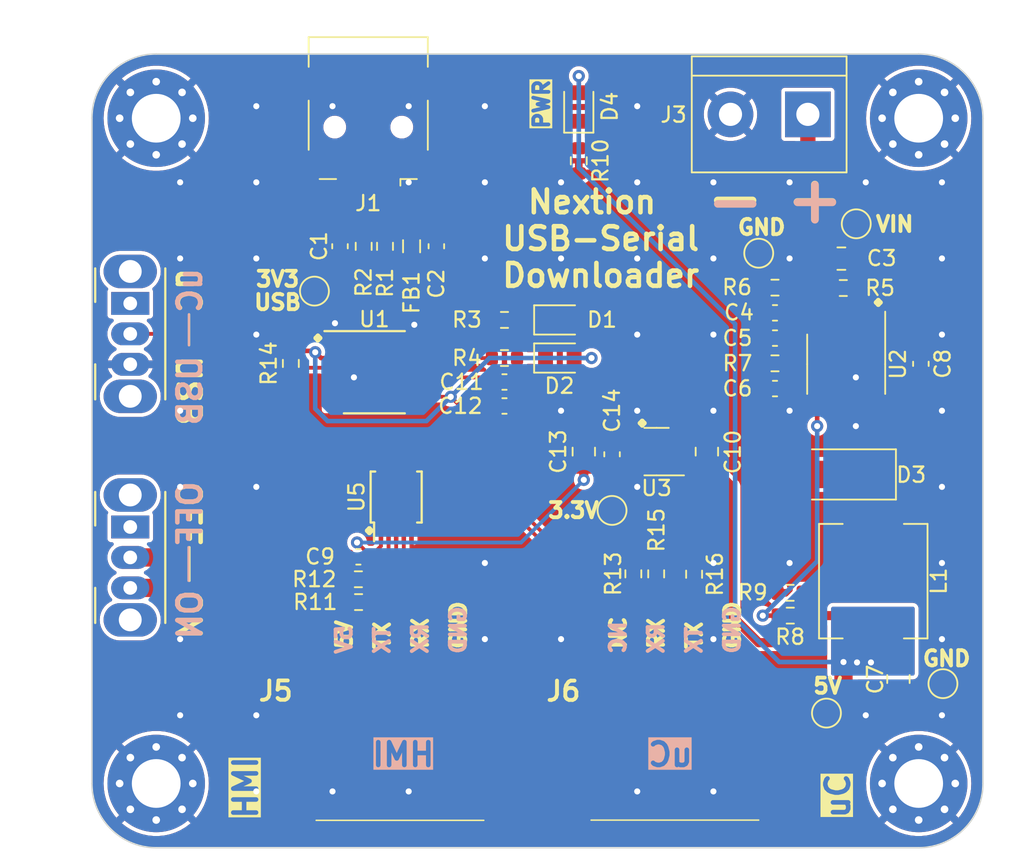
<source format=kicad_pcb>
(kicad_pcb (version 20221018) (generator pcbnew)
  (layers (0 "F.Cu" signal) (31 "B.Cu" signal) (34 "B.Paste" user) (35 "F.Paste" user) (36 "B.SilkS" user "B.Silkscreen") (37 "F.SilkS" user "F.Silkscreen") (38 "B.Mask" user) (39 "F.Mask" user) (44 "Edge.Cuts" user))
  (net 0 "")
  (net 1 "GND")
  (net 2 "/SW")
  (net 3 "Net-(J1-VBUS)")
  (net 4 "Net-(J3-Pin_1)")
  (net 5 "Net-(U2-SS)")
  (net 6 "Net-(U2-COMP)")
  (net 7 "Net-(C6-Pad2)")
  (net 8 "+5V")
  (net 9 "Net-(U2-BOOT)")
  (net 11 "Net-(D1-K)")
  (net 12 "+3V3")
  (net 13 "Net-(D2-K)")
  (net 14 "Net-(D4-K)")
  (net 15 "VBUS")
  (net 16 "/USB_D-")
  (net 17 "/USB_D+")
  (net 18 "Net-(J6-Pad3)")
  (net 19 "/HMI_TXD")
  (net 20 "/HMI_RXD")
  (net 21 "/uC_TXD")
  (net 22 "/uC_RXD")
  (net 23 "/D+")
  (net 24 "/D-")
  (net 25 "Net-(U1-CBUS0)")
  (net 26 "Net-(U1-CBUS1)")
  (net 27 "Net-(U2-EN)")
  (net 28 "Net-(U2-FB)")
  (net 29 "/USB_TXD")
  (net 30 "/~{RTS}")
  (net 31 "/USB_RXD")
  (net 32 "/~{CTS}")
  (net 36 "Net-(SW2-B)")
  (net 38 "Net-(SW1-B)")
  (net 39 "Net-(J6-Pad2)")
  (net 40 "+3.3V")
  (footprint "Capacitor_SMD:C_0603_1608Metric" (layer "F.Cu") (at 143.6116 111.6556 90)
    (fp_text reference "C14")
    (fp_text value "100n")
  )
  (footprint "TestPoint:TestPoint_Pad_D1.5mm" (layer "F.Cu") (at 124.079 100.9396)
    (fp_text reference "TP6" hide)
    (fp_text value "TestPoint")
  )
  (footprint "LED_SMD:LED_0805_2012Metric" (layer "F.Cu") (at 140.1826 102.8319)
    (fp_text reference "D1")
    (fp_text value "RED")
  )
  (footprint "Capacitor_SMD:C_0805_2012Metric" (layer "F.Cu") (at 158.6636 98.806 180)
    (fp_text reference "C3")
    (fp_text value "10u")
  )
  (footprint "MountingHole:MountingHole_3.2mm_M3_Pad_Via" (layer "F.Cu") (at 163.7364 133.2738)
    (fp_text reference "H3" hide)
    (fp_text value "MountingHole_Pad")
  )
  (footprint "Button_Switch_THT:SW_CuK_OS102011MA1QN1_SPDT_Angled" (layer "F.Cu") (at 111.9886 101.7484 -90)
    (fp_text reference "SW1" hide)
    (fp_text value "SW_SPDT")
  )
  (footprint "Capacitor_SMD:C_0805_2012Metric" (layer "F.Cu") (at 162.4076 126.4158 -90)
    (fp_text reference "C7")
    (fp_text value "22u")
  )
  (footprint "TestPoint:TestPoint_Pad_D1.5mm" (layer "F.Cu") (at 165.3286 126.7206)
    (fp_text reference "TP4" hide)
    (fp_text value "TestPoint")
  )
  (footprint "Inductor_SMD:L_0805_2012Metric" (layer "F.Cu") (at 130.4544 97.9932 90)
    (fp_text reference "FB1")
    (fp_text value "600R/2A")
  )
  (footprint "Capacitor_SMD:C_0805_2012Metric" (layer "F.Cu") (at 149.8346 111.4806 90)
    (fp_text reference "C10")
    (fp_text value "10u")
  )
  (footprint "TestPoint:TestPoint_Pad_D1.5mm" (layer "F.Cu") (at 159.639 96.52)
    (fp_text reference "TP2" hide)
    (fp_text value "TestPoint")
  )
  (footprint "Resistor_SMD:R_0603_1608Metric" (layer "F.Cu") (at 145.0086 119.507 -90)
    (fp_text reference "R13")
    (fp_text value "10K")
  )
  (footprint "Resistor_SMD:R_0603_1608Metric" (layer "F.Cu") (at 148.9964 119.5324 -90)
    (fp_text reference "R16")
    (fp_text value "1K")
  )
  (footprint "Resistor_SMD:R_0603_1608Metric" (layer "F.Cu") (at 127.3096 97.9982 -90)
    (fp_text reference "R2")
    (fp_text value "27")
  )
  (footprint "Capacitor_SMD:C_0603_1608Metric" (layer "F.Cu") (at 163.8808 105.7148 -90)
    (fp_text reference "C8")
    (fp_text value "100n")
  )
  (footprint "LED_SMD:LED_0805_2012Metric" (layer "F.Cu") (at 140.1826 105.3338)
    (fp_text reference "D2")
    (fp_text value "RED")
  )
  (footprint "S4B-XH-SM4-TB_LF__SN_:S4BXHSM4TBLFSN" (layer "F.Cu") (at 129.6924 131.4196)
    (fp_text reference "J5")
    (fp_text value "Nextion" hide)
  )
  (footprint "Capacitor_SMD:C_0603_1608Metric" (layer "F.Cu") (at 154.305 102.36835 180)
    (fp_text reference "C4")
    (fp_text value "8.2n")
  )
  (footprint "Resistor_SMD:R_0603_1608Metric" (layer "F.Cu") (at 128.7096 97.9982 -90)
    (fp_text reference "R1")
    (fp_text value "27")
  )
  (footprint "Resistor_SMD:R_0603_1608Metric" (layer "F.Cu") (at 155.3088 122.2502 180)
    (fp_text reference "R8")
    (fp_text value "10.2K")
  )
  (footprint "MountingHole:MountingHole_3.2mm_M3_Pad_Via" (layer "F.Cu") (at 113.6928 89.5858)
    (fp_text reference "H1" hide)
    (fp_text value "MountingHole_Pad")
  )
  (footprint "Capacitor_SMD:C_0603_1608Metric" (layer "F.Cu") (at 132.08 97.9932 90)
    (fp_text reference "C2")
    (fp_text value "10n")
  )
  (footprint "Capacitor_SMD:C_0603_1608Metric" (layer "F.Cu") (at 154.305 107.3404 180)
    (fp_text reference "C6")
    (fp_text value "680p")
  )
  (footprint "Capacitor_SMD:C_0603_1608Metric" (layer "F.Cu") (at 136.5504 106.9086)
    (fp_text reference "C11")
    (fp_text value "100n")
  )
  (footprint "Capacitor_SMD:C_0603_1608Metric" (layer "F.Cu") (at 126.9616 118.3894 180)
    (fp_text reference "C9")
    (fp_text value "100n")
  )
  (footprint "Connector_USB:USB_Mini-B_Lumberg_2486_01_Horizontal" (layer "F.Cu") (at 127.6096 90.17 180)
    (fp_text reference "J1")
    (fp_text value "USB_B_Mini")
  )
  (footprint "Capacitor_SMD:C_0603_1608Metric" (layer "F.Cu") (at 136.5504 108.4834)
    (fp_text reference "C12")
    (fp_text value "100n")
  )
  (footprint "TerminalBlock:TerminalBlock_bornier-2_P5.08mm" (layer "F.Cu") (at 156.464 89.3318 180)
    (fp_text reference "J3")
    (fp_text value "PWR")
  )
  (footprint "Package_SO:SSOP-16_3.9x4.9mm_P0.635mm" (layer "F.Cu") (at 128.0096 106.2908)
    (fp_text reference "U1")
    (fp_text value "FT230XS")
  )
  (footprint "Resistor_SMD:R_0603_1608Metric" (layer "F.Cu") (at 155.2966 120.7516 180)
    (fp_text reference "R9")
    (fp_text value "1.91K")
  )
  (footprint "Resistor_SMD:R_0603_1608Metric" (layer "F.Cu") (at 154.305 100.711 180)
    (fp_text reference "R6")
    (fp_text value "37.4K")
  )
  (footprint "TestPoint:TestPoint_Pad_D1.5mm" (layer "F.Cu") (at 157.6832 128.651)
    (fp_text reference "TP1" hide)
    (fp_text value "TestPoint")
  )
  (footprint "MountingHole:MountingHole_3.2mm_M3_Pad_Via" (layer "F.Cu") (at 163.7364 89.5858)
    (fp_text reference "H2" hide)
    (fp_text value "MountingHole_Pad")
  )
  (footprint "Diode_SMD:D_SMA" (layer "F.Cu") (at 158.7336 112.9792 180)
    (fp_text reference "D3")
    (fp_text value "B220")
  )
  (footprint "Resistor_SMD:R_0603_1608Metric" (layer "F.Cu") (at 154.305 105.68305 180)
    (fp_text reference "R7")
    (fp_text value "17.4K")
  )
  (footprint "Resistor_SMD:R_0603_1608Metric" (layer "F.Cu") (at 141.4272 92.3821 -90)
    (fp_text reference "R10")
    (fp_text value "330")
  )
  (footprint "Resistor_SMD:R_0603_1608Metric" (layer "F.Cu") (at 136.5504 105.3338)
    (fp_text reference "R4")
    (fp_text value "270")
  )
  (footprint "TestPoint:TestPoint_Pad_D1.5mm" (layer "F.Cu") (at 153.2382 98.4504)
    (fp_text reference "TP5" hide)
    (fp_text value "TestPoint")
  )
  (footprint "Package_SO:MSOP-10_3x3mm_P0.5mm" (layer "F.Cu") (at 129.4424 114.4622 90)
    (fp_text reference "U5")
    (fp_text value "BL1532")
  )
  (footprint "Capacitor_SMD:C_0805_2012Metric" (layer "F.Cu") (at 141.7574 111.4806 90)
    (fp_text reference "C13")
    (fp_text value "22u")
  )
  (footprint "MountingHole:MountingHole_3.2mm_M3_Pad_Via" (layer "F.Cu") (at 113.6928 133.2738)
    (fp_text reference "H4" hide)
    (fp_text value "MountingHole_Pad")
  )
  (footprint "Inductor_SMD:L_Sunlord_MWSA0603S" (layer "F.Cu") (at 160.7566 119.9872 -90)
    (fp_text reference "L1")
    (fp_text value "5u6")
  )
  (footprint "Button_Switch_THT:SW_CuK_OS102011MA1QN1_SPDT_Angled" (layer "F.Cu") (at 111.9886 116.4296 -90)
    (fp_text reference "SW2" hide)
    (fp_text value "SW_SPDT")
  )
  (footprint "S4B-XH-SM4-TB_LF__SN_:S4BXHSM4TBLFSN" (layer "F.Cu") (at 147.736 131.4046)
    (fp_text reference "J6")
    (fp_text value "uC" hide)
  )
  (footprint "Resistor_SMD:R_0603_1608Metric" (layer "F.Cu") (at 146.5072 119.507 -90)
    (fp_text reference "R15")
    (fp_text value "1K")
  )
  (footprint "LED_SMD:LED_0805_2012Metric" (layer "F.Cu") (at 141.4272 88.8492 90)
    (fp_text reference "D4")
    (fp_text value "GREEN")
  )
  (footprint "Resistor_SMD:R_0603_1608Metric" (layer "F.Cu") (at 136.5504 102.8319)
    (fp_text reference "R3")
    (fp_text value "270")
  )
  (footprint "Resistor_SMD:R_0603_1608Metric" (layer "F.Cu") (at 126.9616 119.8626)
    (fp_text reference "R12")
    (fp_text value "10K")
  )
  (footprint "TestPoint:TestPoint_Pad_D1.5mm" (layer "F.Cu") (at 143.6116 115.3414)
    (fp_text reference "TP3" hide)
    (fp_text value "TestPoint")
  )
  (footprint "Package_TO_SOT_SMD:SOT-23-5" (layer "F.Cu") (at 146.5326 111.4806 180)
    (fp_text reference "U3")
    (fp_text value "SPX3819M5-L-3-3")
  )
  (footprint "Capacitor_SMD:C_0603_1608Metric" (layer "F.Cu") (at 125.7554 97.9932 -90)
    (fp_text reference "C1")
    (fp_text value "100n")
  )
  (footprint "Resistor_SMD:R_0603_1608Metric" (layer "F.Cu") (at 126.9746 121.3612)
    (fp_text reference "R11")
    (fp_text value "10K")
  )
  (footprint "Resistor_SMD:R_0603_1608Metric" (layer "F.Cu") (at 122.5296 105.6894 -90)
    (fp_text reference "R14")
    (fp_text value "10K")
  )
  (footprint "Capacitor_SMD:C_0603_1608Metric" (layer "F.Cu") (at 154.305 104.0257 180)
    (fp_text reference "C5")
    (fp_text value "6.8p")
  )
  (footprint "Package_SO:SOIC-8_3.9x4.9mm_P1.27mm" (layer "F.Cu") (at 158.9786 105.7402 -90)
    (fp_text reference "U2")
    (fp_text value "TPS54232")
  )
  (footprint "Resistor_SMD:R_0603_1608Metric" (layer "F.Cu") (at 158.7886 100.7364 180)
    (fp_text reference "R5")
    (fp_text value "169K")
  )
  (gr_line (start 115.8134 119.9642) (end 115.8134 117.7544) (stroke (width 0.15)) (layer "B.SilkS"))
  (gr_line (start 115.8388 104.4956) (end 115.8388 102.4636) (stroke (width 0.15)) (layer "B.SilkS"))
  (gr_line (start 115.8748 117.7544) (end 115.8748 119.9642) (stroke (width 0.15)) (layer "F.SilkS"))
  (gr_line (start 115.8494 102.4636) (end 115.8494 104.4956) (stroke (width 0.15)) (layer "F.SilkS"))
  (gr_line (start 163.7364 137.492112) (end 113.6928 137.492112) (stroke (width 0.1)) (layer "Edge.Cuts"))
  (gr_line (start 113.6928 85.367488) (end 163.7364 85.367488) (stroke (width 0.1)) (layer "Edge.Cuts"))
  (gr_line (start 167.954712 89.5858) (end 167.954712 133.2738) (stroke (width 0.1)) (layer "Edge.Cuts"))
  (gr_arc (start 113.6928 137.492112) (mid 110.710003 136.256597) (end 109.474488 133.2738) (stroke (width 0.1)) (layer "Edge.Cuts"))
  (gr_arc (start 163.7364 85.367488) (mid 166.719197 86.603003) (end 167.954712 89.5858) (stroke (width 0.1)) (layer "Edge.Cuts"))
  (gr_line (start 109.474488 133.2738) (end 109.474488 89.5858) (stroke (width 0.1)) (layer "Edge.Cuts"))
  (gr_arc (start 167.954712 133.2738) (mid 166.719197 136.256597) (end 163.7364 137.492112) (stroke (width 0.1)) (layer "Edge.Cuts"))
  (gr_arc (start 109.474488 89.5858) (mid 110.710003 86.603003) (end 113.6928 85.367488) (stroke (width 0.1)) (layer "Edge.Cuts"))
  (gr_text "TX" (at 129.099734 122.843895 90) (layer "B.SilkS") (effects (font (size 1 1) (thickness 0.25) bold) (justify left bottom mirror)))
  (gr_text "GND" (at 152.078268 121.501067 90) (layer "B.SilkS") (effects (font (size 1 1) (thickness 0.25) bold) (justify left bottom mirror)))
  (gr_text "GND" (at 134.095068 121.510562 90) (layer "B.SilkS") (effects (font (size 1 1) (thickness 0.25) bold) (justify left bottom mirror)))
  (gr_text "HMI" (at 132.1054 132.2578) (layer "B.SilkS" knockout) (effects (font (size 1.5 1.5) (thickness 0.3) bold) (justify left bottom mirror)))
  (gr_text "OFF" (at 116.7786 113.284 -270) (layer "B.SilkS") (effects (font (size 1.5 1.5) (thickness 0.3) bold) (justify left bottom mirror)))
  (gr_text "RX" (at 147.082934 122.596305 90) (layer "B.SilkS") (effects (font (size 1 1) (thickness 0.25) bold) (justify left bottom mirror)))
  (gr_text "NC" (at 144.585268 122.501067 90) (layer "B.SilkS") (effects (font (size 1 1) (thickness 0.25) bold) (justify left bottom mirror)))
  (gr_text "+" (at 154.741314 93.5736 180) (layer "B.SilkS") (effects (font (size 3 3) (thickness 0.5) bold) (justify left bottom mirror)))
  (gr_text "RX" (at 131.5974 122.6058 90) (layer "B.SilkS") (effects (font (size 1 1) (thickness 0.25) bold) (justify left bottom mirror)))
  (gr_text "uC" (at 116.7786 99.2632 -270) (layer "B.SilkS") (effects (font (size 1.5 1.5) (thickness 0.3) bold) (justify left bottom mirror)))
  (gr_text "TX" (at 149.5806 122.8344 90) (layer "B.SilkS") (effects (font (size 1 1) (thickness 0.25) bold) (justify left bottom mirror)))
  (gr_text "5V" (at 126.602068 122.748657 90) (layer "B.SilkS") (effects (font (size 1 1) (thickness 0.25) bold) (justify left bottom mirror)))
  (gr_text "-" (at 149.508914 93.6752 180) (layer "B.SilkS") (effects (font (size 3 3) (thickness 0.5) bold) (justify left bottom mirror)))
  (gr_text "ON" (at 116.7786 120.4214 90) (layer "B.SilkS") (effects (font (size 1.5 1.5) (thickness 0.3) bold) (justify left bottom mirror)))
  (gr_text "uC" (at 149.0726 132.2578) (layer "B.SilkS" knockout) (effects (font (size 1.5 1.5) (thickness 0.3) bold) (justify left bottom mirror)))
  (gr_text "USB" (at 116.7786 105.029 -270) (layer "B.SilkS") (effects (font (size 1.5 1.5) (thickness 0.3) bold) (justify left bottom mirror)))
  (gr_text "OFF" (at 114.9096 113.284 270) (layer "F.SilkS") (effects (font (size 1.5 1.5) (thickness 0.3) bold) (justify left bottom)))
  (gr_text "5V" (at 156.6926 127.4572) (layer "F.SilkS") (effects (font (size 1 1) (thickness 0.25) bold) (justify left bottom)))
  (gr_text "HMI" (at 120.4468 135.7376 90) (layer "F.SilkS" knockout) (effects (font (size 1.5 1.5) (thickness 0.3) bold) (justify left bottom)))
  (gr_text "5V" (at 126.619 124.5616 90) (layer "F.SilkS") (effects (font (size 1 1) (thickness 0.25) bold) (justify left bottom)))
  (gr_text "+" (at 154.7368 96.6216) (layer "F.SilkS") (effects (font (size 3 3) (thickness 0.5) bold) (justify left bottom)))
  (gr_text "GND" (at 152.0952 124.5616 90) (layer "F.SilkS") (effects (font (size 1 1) (thickness 0.25) bold) (justify left bottom)))
  (gr_text "-" (at 149.5044 96.52) (layer "F.SilkS") (effects (font (size 3 3) (thickness 0.5) bold) (justify left bottom)))
  (gr_text "TX" (at 149.597532 124.5616 90) (layer "F.SilkS") (effects (font (size 1 1) (thickness 0.25) bold) (justify left bottom)))
  (gr_text "." (at 126.7714 117.1956) (layer "F.SilkS") (effects (font (size 3 3) (thickness 0.3) bold) (justify left bottom)))
  (gr_text "GND" (at 134.112 124.5616 90) (layer "F.SilkS") (effects (font (size 1 1) (thickness 0.25) bold) (justify left bottom)))
  (gr_text "USB" (at 114.9096 105.029 270) (layer "F.SilkS") (effects (font (size 1.5 1.5) (thickness 0.3) bold) (justify left bottom)))
  (gr_text "USB-Serial" (at 136.243429 98.3742) (layer "F.SilkS") (effects (font (size 1.5 1.5) (thickness 0.3) bold) (justify left bottom)))
  (gr_text "PWR" (at 139.573 90.3986 90) (layer "F.SilkS" knockout) (effects (font (size 1 1) (thickness 0.25) bold) (justify left bottom)))
  (gr_text "VIN" (at 160.8074 97.1296) (layer "F.SilkS") (effects (font (size 1 1) (thickness 0.25) bold) (justify left bottom)))
  (gr_text "RX" (at 147.099866 124.5616 90) (layer "F.SilkS") (effects (font (size 1 1) (thickness 0.25) bold) (justify left bottom)))
  (gr_text "GND" (at 151.7396 97.3328) (layer "F.SilkS") (effects (font (size 1 1) (thickness 0.25) bold) (justify left bottom)))
  (gr_text "3.3V" (at 139.2936 115.9256) (layer "F.SilkS") (effects (font (size 1 1) (thickness 0.25) bold) (justify left bottom)))
  (gr_text "Downloader\n" (at 136.243429 100.7872) (layer "F.SilkS") (effects (font (size 1.5 1.5) (thickness 0.3) bold) (justify left bottom)))
  (gr_text "uC" (at 114.9096 99.2632 270) (layer "F.SilkS") (effects (font (size 1.5 1.5) (thickness 0.3) bold) (justify left bottom)))
  (gr_text "." (at 144.6784 110.1344) (layer "F.SilkS") (effects (font (size 3 3) (thickness 0.3) bold) (justify left bottom)))
  (gr_text "3V3" (at 120.1166 100.7364) (layer "F.SilkS") (effects (font (size 1 1) (thickness 0.25) bold) (justify left bottom)))
  (gr_text "." (at 160.1724 102.2096) (layer "F.SilkS") (effects (font (size 3 3) (thickness 0.3) bold) (justify left bottom)))
  (gr_text "TX" (at 129.116666 124.5616 90) (layer "F.SilkS") (effects (font (size 1 1) (thickness 0.25) bold) (justify left bottom)))
  (gr_text "GND" (at 163.8808 125.6538) (layer "F.SilkS") (effects (font (size 1 1) (thickness 0.25) bold) (justify left bottom)))
  (gr_text "uC" (at 159.3088 135.7122 90) (layer "F.SilkS" knockout) (effects (font (size 1.5 1.5) (thickness 0.3) bold) (justify left bottom)))
  (gr_text "RX" (at 131.614332 124.5616 90) (layer "F.SilkS") (effects (font (size 1 1) (thickness 0.25) bold) (justify left bottom)))
  (gr_text "." (at 123.3932 104.5464) (layer "F.SilkS") (effects (font (size 3 3) (thickness 0.3) bold) (justify left bottom)))
  (gr_text "Nextion " (at 137.922 95.9612) (layer "F.SilkS") (effects (font (size 1.5 1.5) (thickness 0.3) bold) (justify left bottom)))
  (gr_text "ON" (at 114.9096 120.4214 -90) (layer "F.SilkS") (effects (font (size 1.5 1.5) (thickness 0.3) bold) (justify left bottom)))
  (gr_text "USB" (at 119.997552 102.2604) (layer "F.SilkS") (effects (font (size 1 1) (thickness 0.25) bold) (justify left bottom)))
  (gr_text "NC" (at 144.6022 124.5616 90) (layer "F.SilkS") (effects (font (size 1 1) (thickness 0.25) bold) (justify left bottom)))
  (segment (start 148.8846 111.4806) (end 149.8346 110.5306) (width 0.6) (layer "F.Cu") (net 1))
  (segment (start 141.7574 110.5306) (end 142.5854 110.5306) (width 0.4) (layer "F.Cu") (net 1))
  (segment (start 137.3254 106.9086) (end 137.3254 108.4834) (width 0.4) (layer "F.Cu") (net 1))
  (segment (start 142.9354 110.8806) (end 143.6116 110.8806) (width 0.4) (layer "F.Cu") (net 1))
  (segment (start 153.53 104.0257) (end 153.53 105.63305) (width 0.4) (layer "F.Cu") (net 1))
  (segment (start 142.5854 110.5306) (end 142.9354 110.8806) (width 0.4) (layer "F.Cu") (net 1))
  (segment (start 153.53 102.36835) (end 153.53 100.761) (width 0.4) (layer "F.Cu") (net 1))
  (segment (start 153.53 105.63305) (end 153.48 105.68305) (width 0.4) (layer "F.Cu") (net 1))
  (segment (start 147.6701 111.4806) (end 148.8846 111.4806) (width 0.6) (layer "F.Cu") (net 1))
  (segment (start 153.53 100.761) (end 153.48 100.711) (width 0.4) (layer "F.Cu") (net 1))
  (segment (start 153.53 102.36835) (end 153.53 104.0257) (width 0.4) (layer "F.Cu") (net 1))
  (via (at 130.2636 133.795) (size 0.8) (drill 0.4) (layers "F.Cu" "B.Cu") (net 1))
  (via (at 155.2636 118.795) (size 0.8) (drill 0.4) (layers "F.Cu" "B.Cu") (net 1))
  (via (at 165.2636 118.795) (size 0.8) (drill 0.4) (layers "F.Cu" "B.Cu") (net 1))
  (via (at 120.2636 98.795) (size 0.8) (drill 0.4) (layers "F.Cu" "B.Cu") (net 1))
  (via (at 135.2636 118.795) (size 0.8) (drill 0.4) (layers "F.Cu" "B.Cu") (net 1))
  (via (at 140.2636 98.795) (size 0.8) (drill 0.4) (layers "F.Cu" "B.Cu") (net 1))
  (via (at 150.2636 108.795) (size 0.8) (drill 0.4) (layers "F.Cu" "B.Cu") (net 1))
  (via (at 130.2636 93.795) (size 0.8) (drill 0.4) (layers "F.Cu" "B.Cu") (net 1))
  (via (at 115.2636 128.795) (size 0.8) (drill 0.4) (layers "F.Cu" "B.Cu") (net 1))
  (via (at 135.2636 88.795) (size 0.8) (drill 0.4) (layers "F.Cu" "B.Cu") (net 1))
  (via (at 125.4252 103.0478) (size 0.8) (drill 0.4) (layers "F.Cu" "B.Cu") (net 1))
  (via (at 145.2636 103.795) (size 0.8) (drill 0.4) (layers "F.Cu" "B.Cu") (net 1))
  (via (at 150.2636 118.795) (size 0.8) (drill 0.4) (layers "F.Cu" "B.Cu") (net 1))
  (via (at 115.2636 113.795) (size 0.8) (drill 0.4) (layers "F.Cu" "B.Cu") (net 1))
  (via (at 140.2636 123.795) (size 0.8) (drill 0.4) (layers "F.Cu" "B.Cu") (net 1))
  (via (at 125.2636 88.795) (size 0.8) (drill 0.4) (layers "F.Cu" "B.Cu") (net 1))
  (via (at 145.2636 133.795) (size 0.8) (drill 0.4) (layers "F.Cu" "B.Cu") (net 1))
  (via (at 130.2636 88.795) (size 0.8) (drill 0.4) (layers "F.Cu" "B.Cu") (net 1))
  (via (at 120.2636 133.795) (size 0.8) (drill 0.4) (layers "F.Cu" "B.Cu") (net 1))
  (via (at 159.6136 106.6038) (size 0.8) (drill 0.4) (layers "F.Cu" "B.Cu") (net 1))
  (via (at 145.2636 98.795) (size 0.8) (drill 0.4) (layers "F.Cu" "B.Cu") (net 1))
  (via (at 120.2636 128.795) (size 0.8) (drill 0.4) (layers "F.Cu" "B.Cu") (net 1))
  (via (at 145.2636 108.795) (size 0.8) (drill 0.4) (layers "F.Cu" "B.Cu") (net 1))
  (via (at 135.2636 93.795) (size 0.8) (drill 0.4) (layers "F.Cu" "B.Cu") (net 1))
  (via (at 135.2636 98.795) (size 0.8) (drill 0.4) (layers "F.Cu" "B.Cu") (net 1))
  (via (at 150.2636 93.795) (size 0.8) (drill 0.4) (layers "F.Cu" "B.Cu") (net 1))
  (via (at 155.2636 93.795) (size 0.8) (drill 0.4) (layers "F.Cu" "B.Cu") (net 1))
  (via (at 165.2636 128.795) (size 0.8) (drill 0.4) (layers "F.Cu" "B.Cu") (net 1))
  (via (at 125.2636 133.795) (size 0.8) (drill 0.4) (layers "F.Cu" "B.Cu") (net 1))
  (via (at 135.2636 123.795) (size 0.8) (drill 0.4) (layers "F.Cu" "B.Cu") (net 1))
  (via (at 115.2636 108.795) (size 0.8) (drill 0.4) (layers "F.Cu" "B.Cu") (net 1))
  (via (at 140.2636 108.795) (size 0.8) (drill 0.4) (layers "F.Cu" "B.Cu") (net 1))
  (via (at 150.2636 98.795) (size 0.8) (drill 0.4) (layers "F.Cu" "B.Cu") (net 1))
  (via (at 145.2636 88.795) (size 0.8) (drill 0.4) (layers "F.Cu" "B.Cu") (net 1))
  (via (at 120.2636 88.795) (size 0.8) (drill 0.4) (layers "F.Cu" "B.Cu") (net 1))
  (via (at 120.2636 93.795) (size 0.8) (drill 0.4) (layers "F.Cu" "B.Cu") (net 1))
  (via (at 155.2636 98.795) (size 0.8) (drill 0.4) (layers "F.Cu" "B.Cu") (net 1))
  (via (at 126.6698 106.6038) (size 0.8) (drill 0.4) (layers "F.Cu" "B.Cu") (net 1))
  (via (at 115.2636 93.795) (size 0.8) (drill 0.4) (layers "F.Cu" "B.Cu") (net 1))
  (via (at 145.2636 113.795) (size 0.8) (drill 0.4) (layers "F.Cu" "B.Cu") (net 1))
  (via (at 160.2636 93.795) (size 0.8) (drill 0.4) (layers "F.Cu" "B.Cu") (net 1))
  (via (at 140.2636 93.795) (size 0.8) (drill 0.4) (layers "F.Cu" "B.Cu") (net 1))
  (via (at 165.2636 93.795) (size 0.8) (drill 0.4) (layers "F.Cu" "B.Cu") (net 1))
  (via (at 165.2636 123.795) (size 0.8) (drill 0.4) (layers "F.Cu" "B.Cu") (net 1))
  (via (at 150.2636 123.795) (size 0.8) (drill 0.4) (layers "F.Cu" "B.Cu") (net 1))
  (via (at 120.2636 113.795) (size 0.8) (drill 0.4) (layers "F.Cu" "B.Cu") (net 1))
  (via (at 160.2636 128.795) (size 0.8) (drill 0.4) (layers "F.Cu" "B.Cu") (net 1))
  (via (at 130.6322 103.1494) (size 0.8) (drill 0.4) (layers "F.Cu" "B.Cu") (net 1))
  (via (at 145.2636 93.795) (size 0.8) (drill 0.4) (layers "F.Cu" "B.Cu") (net 1))
  (via (at 115.2636 123.795) (size 0.8) (drill 0.4) (layers "F.Cu" "B.Cu") (net 1))
  (via (at 150.2636 103.795) (size 0.8) (drill 0.4) (layers "F.Cu" "B.Cu") (net 1))
  (via (at 165.2636 103.795) (size 0.8) (drill 0.4) (layers "F.Cu" "B.Cu") (net 1))
  (via (at 150.2636 133.795) (size 0.8) (drill 0.4) (layers "F.Cu" "B.Cu") (net 1))
  (via (at 115.2636 98.795) (size 0.8) (drill 0.4) (layers "F.Cu" "B.Cu") (net 1))
  (via (at 165.2636 98.795) (size 0.8) (drill 0.4) (layers "F.Cu" "B.Cu") (net 1))
  (via (at 165.2636 108.795) (size 0.8) (drill 0.4) (layers "F.Cu" "B.Cu") (net 1))
  (via (at 159.6136 109.8042) (size 0.8) (drill 0.4) (layers "F.Cu" "B.Cu") (net 1))
  (via (at 120.2636 103.795) (size 0.8) (drill 0.4) (layers "F.Cu" "B.Cu") (net 1))
  (via (at 155.2636 108.795) (size 0.8) (drill 0.4) (layers "F.Cu" "B.Cu") (net 1))
  (via (at 165.2636 113.795) (size 0.8) (drill 0.4) (layers "F.Cu" "B.Cu") (net 1))
  (segment (start 163.8808 106.4898) (end 161.4294 106.4898) (width 0.4) (layer "F.Cu") (net 2))
  (segment (start 160.7566 113.0022) (end 160.7336 112.9792) (width 1.2) (layer "F.Cu") (net 2))
  (segment (start 160.8836 108.2152) (end 160.8836 112.9792) (width 0.6) (layer "F.Cu") (net 2))
  (segment (start 161.4294 106.4898) (end 160.8836 107.0356) (width 0.4) (layer "F.Cu") (net 2))
  (segment (start 160.8836 107.0356) (end 160.8836 108.2152) (width 0.4) (layer "F.Cu") (net 2))
  (segment (start 160.7566 116.9622) (end 160.7566 113.0022) (width 1.2) (layer "F.Cu") (net 2))
  (segment (start 129.2096 95.6859) (end 130.4544 96.9307) (width 0.5) (layer "F.Cu") (net 3))
  (segment (start 130.4544 96.9307) (end 130.5771 97.0534) (width 0.5) (layer "F.Cu") (net 3))
  (segment (start 131.9152 97.0534) (end 132.08 97.2182) (width 0.5) (layer "F.Cu") (net 3))
  (segment (start 130.5771 97.0534) (end 131.9152 97.0534) (width 0.5) (layer "F.Cu") (net 3))
  (segment (start 129.2096 92.87) (end 129.2096 95.6859) (width 0.5) (layer "F.Cu") (net 3))
  (segment (start 159.6136 96.4946) (end 159.639 96.52) (width 1) (layer "F.Cu") (net 4))
  (segment (start 159.639 98.7806) (end 159.6136 98.806) (width 1) (layer "F.Cu") (net 4))
  (segment (start 159.6136 95.5802) (end 159.6136 96.4946) (width 1) (layer "F.Cu") (net 4))
  (segment (start 156.464 89.3318) (end 156.464 92.4306) (width 1) (layer "F.Cu") (net 4))
  (segment (start 159.6136 100.7364) (end 159.6136 98.806) (width 0.8) (layer "F.Cu") (net 4))
  (segment (start 156.464 92.4306) (end 159.6136 95.5802) (width 1) (layer "F.Cu") (net 4))
  (segment (start 159.6136 103.2652) (end 159.6136 100.7364) (width 0.6) (layer "F.Cu") (net 4))
  (segment (start 159.639 96.52) (end 159.639 98.7806) (width 1) (layer "F.Cu") (net 4))
  (segment (start 156.7942 101.8032) (end 157.0736 102.0826) (width 0.3) (layer "F.Cu") (net 5))
  (segment (start 155.08 102.36835) (end 155.64515 101.8032) (width 0.3) (layer "F.Cu") (net 5))
  (segment (start 157.0736 102.0826) (end 157.0736 103.2652) (width 0.3) (layer "F.Cu") (net 5))
  (segment (start 155.64515 101.8032) (end 156.7942 101.8032) (width 0.3) (layer "F.Cu") (net 5))
  (segment (start 155.08 107.3404) (end 156.1976 106.2228) (width 0.3) (layer "F.Cu") (net 6))
  (segment (start 156.1976 106.2228) (end 157.5562 106.2228) (width 0.3) (layer "F.Cu") (net 6))
  (segment (start 155.08 104.0257) (end 156.1976 105.1433) (width 0.3) (layer "F.Cu") (net 6))
  (segment (start 156.1976 105.1433) (end 156.1976 106.2228) (width 0.3) (layer "F.Cu") (net 6))
  (segment (start 157.5562 106.2228) (end 158.3436 107.0102) (width 0.3) (layer "F.Cu") (net 6))
  (segment (start 158.3436 107.0102) (end 158.3436 108.2152) (width 0.3) (layer "F.Cu") (net 6))
  (segment (start 155.13 105.7404) (end 153.53 107.3404) (width 0.3) (layer "F.Cu") (net 7))
  (segment (start 155.13 105.68305) (end 155.13 105.7404) (width 0.3) (layer "F.Cu") (net 7))
  (segment (start 151.4856 113.792) (end 151.4856 122.2756) (width 0.6) (layer "F.Cu") (net 8))
  (segment (start 159.9946 122.2502) (end 160.7566 123.0122) (width 0.6) (layer "F.Cu") (net 8))
  (segment (start 155.321 124.0282) (end 156.1338 123.2154) (width 0.6) (layer "F.Cu") (net 8))
  (segment (start 126.0348 132.461) (end 132.969 132.461) (width 1.2) (layer "F.Cu") (net 8))
  (segment (start 141.0462 129.286) (end 144.2466 132.4864) (width 1.2) (layer "F.Cu") (net 8))
  (segment (start 156.1338 122.2502) (end 159.9946 122.2502) (width 0.6) (layer "F.Cu") (net 8))
  (segment (start 146.431 111.887) (end 146.9746 112.4306) (width 0.3) (layer "F.Cu") (net 8))
  (segment (start 158.8008 127.5334) (end 158.8008 125.2982) (width 1.2) (layer "F.Cu") (net 8))
  (segment (start 156.5148 129.8448) (end 156.5148 129.8194) (width 1.2) (layer "F.Cu") (net 8))
  (segment (start 118.9056 120.4296) (end 123.3932 124.9172) (width 1.2) (layer "F.Cu") (net 8))
  (segment (start 146.9746 112.4306) (end 147.6701 112.4306) (width 0.3) (layer "F.Cu") (net 8))
  (segment (start 147.6701 112.4306) (end 149.8346 112.4306) (width 0.6) (layer "F.Cu") (net 8))
  (segment (start 141.4272 87.9117) (end 141.4272 86.8172) (width 0.3) (layer "F.Cu") (net 8))
  (segment (start 147.6701 110.5306) (end 146.873 110.5306) (width 0.3) (layer "F.Cu") (net 8))
  (segment (start 150.1242 112.4306) (end 151.4856 113.792) (width 0.6) (layer "F.Cu") (net 8))
  (segment (start 146.431 110.9726) (end 146.431 111.887) (width 0.3) (layer "F.Cu") (net 8))
  (segment (start 132.969 132.461) (end 136.144 129.286) (width 1.2) (layer "F.Cu") (net 8))
  (segment (start 156.5148 129.8194) (end 157.6832 128.651) (width 1.2) (layer "F.Cu") (net 8))
  (segment (start 111.9886 120.4296) (end 118.9056 120.4296) (width 1.2) (layer "F.Cu") (net 8))
  (segment (start 149.8346 112.4306) (end 150.1242 112.4306) (width 0.6) (layer "F.Cu") (net 8))
  (segment (start 123.3932 124.9172) (end 123.3932 129.8194) (width 1.2) (layer "F.Cu") (net 8))
  (segment (start 151.4856 122.2756) (end 153.2382 124.0282) (width 0.6) (layer "F.Cu") (net 8))
  (segment (start 156.1338 123.2154) (end 156.1338 122.2502) (width 0.6) (layer "F.Cu") (net 8))
  (segment (start 144.2466 132.4864) (end 151.0538 132.4864) (width 1.2) (layer "F.Cu") (net 8))
  (segment (start 153.6954 129.8448) (end 156.5148 129.8448) (width 1.2) (layer "F.Cu") (net 8))
  (segment (start 157.6832 128.651) (end 158.8008 127.5334) (width 1.2) (layer "F.Cu") (net 8))
  (segment (start 136.144 129.286) (end 141.0462 129.286) (width 1.2) (layer "F.Cu") (net 8))
  (segment (start 146.873 110.5306) (end 146.431 110.9726) (width 0.3) (layer "F.Cu") (net 8))
  (segment (start 151.0538 132.4864) (end 153.6954 129.8448) (width 1.2) (layer "F.Cu") (net 8))
  (segment (start 153.2382 124.0282) (end 155.321 124.0282) (width 0.6) (layer "F.Cu") (net 8))
  (segment (start 123.3932 129.8194) (end 126.0348 132.461) (width 1.2) (layer "F.Cu") (net 8))
  (via (at 141.4272 86.8172) (size 0.8) (drill 0.4) (layers "F.Cu" "B.Cu") (net 8))
  (via (at 158.8008 125.2982) (size 0.8) (drill 0.4) (layers "F.Cu" "B.Cu") (net 8))
  (via (at 159.6898 125.3236) (size 0.8) (drill 0.4) (layers "F.Cu" "B.Cu") (net 8))
  (via (at 160.6042 125.3236) (size 0.8) (drill 0.4) (layers "F.Cu" "B.Cu") (net 8))
  (segment (start 141.4272 92.837) (end 151.6888 103.0986) (width 0.3) (layer "B.Cu") (net 8))
  (segment (start 151.6888 122.4026) (end 154.5844 125.2982) (width 0.3) (layer "B.Cu") (net 8))
  (segment (start 151.6888 103.0986) (end 151.6888 122.4026) (width 0.3) (layer "B.Cu") (net 8))
  (segment (start 154.5844 125.2982) (end 158.8008 125.2982) (width 0.3) (layer "B.Cu") (net 8))
  (segment (start 141.4272 86.8172) (end 141.4272 92.837) (width 0.3) (layer "B.Cu") (net 8))
  (segment (start 160.8836 104.4194) (end 161.404 104.9398) (width 0.4) (layer "F.Cu") (net 9))
  (segment (start 160.8836 103.2652) (end 160.8836 104.4194) (width 0.4) (layer "F.Cu") (net 9))
  (segment (start 161.404 104.9398) (end 163.8808 104.9398) (width 0.4) (layer "F.Cu") (net 9))
  (segment (start 139.2451 102.8319) (end 137.3754 102.8319) (width 0.25) (layer "F.Cu") (net 11))
  (segment (start 133.6548 108.5088) (end 135.75 108.5088) (width 0.25) (layer "F.Cu") (net 12))
  (segment (start 130.6096 107.8783) (end 131.826 107.8783) (width 0.25) (layer "F.Cu") (net 12))
  (segment (start 125.4096 105.3383) (end 124.5153 105.3383) (width 0.3) (layer "F.Cu") (net 12))
  (segment (start 126.9492 102.1334) (end 126.9492 104.6987) (width 0.3) (layer "F.Cu") (net 12))
  (segment (start 131.826 107.8783) (end 131.826 107.5944) (width 0.25) (layer "F.Cu") (net 12))
  (segment (start 141.1201 102.8319) (end 141.1201 105.3338) (width 0.3) (layer "F.Cu") (net 12))
  (segment (start 124.0414 104.8644) (end 122.5296 104.8644) (width 0.3) (layer "F.Cu") (net 12))
  (segment (start 135.75 108.5088) (end 135.7754 108.4834) (width 0.25) (layer "F.Cu") (net 12))
  (segment (start 131.826 107.8783) (end 133.0243 107.8783) (width 0.25) (layer "F.Cu") (net 12))
  (segment (start 141.1201 105.3338) (end 142.2654 105.3338) (width 0.3) (layer "F.Cu") (net 12))
  (segment (start 125.7554 98.7682) (end 125.7554 100.9396) (width 0.3) (layer "F.Cu") (net 12))
  (segment (start 126.3096 105.3383) (end 125.4096 105.3383) (width 0.3) (layer "F.Cu") (net 12))
  (segment (start 131.4749 107.2433) (end 130.6096 107.2433) (width 0.25) (layer "F.Cu") (net 12))
  (segment (start 125.7554 100.9396) (end 126.9492 102.1334) (width 0.3) (layer "F.Cu") (net 12))
  (segment (start 133.0243 107.8783) (end 133.6548 108.5088) (width 0.25) (layer "F.Cu") (net 12))
  (segment (start 124.1298 104.9528) (end 124.0414 104.8644) (width 0.3) (layer "F.Cu") (net 12))
  (segment (start 126.9492 104.6987) (end 126.3096 105.3383) (width 0.3) (layer "F.Cu") (net 12))
  (segment (start 124.5153 105.3383) (end 124.1298 104.9528) (width 0.3) (layer "F.Cu") (net 12))
  (segment (start 131.826 107.5944) (end 131.4749 107.2433) (width 0.25) (layer "F.Cu") (net 12))
  (segment (start 125.7554 100.9396) (end 124.079 100.9396) (width 0.3) (layer "F.Cu") (net 12))
  (via (at 124.1298 104.9528) (size 0.8) (drill 0.4) (layers "F.Cu" "B.Cu") (net 12))
  (via (at 142.2654 105.3338) (size 0.8) (drill 0.4) (layers "F.Cu" "B.Cu") (net 12))
  (via (at 133.0243 107.8783) (size 0.8) (drill 0.4) (layers "F.Cu" "B.Cu") (net 12))
  (segment (start 131.4286 109.474) (end 133.0243 107.8783) (width 0.3) (layer "B.Cu") (net 12))
  (segment (start 124.1298 108.6612) (end 124.9426 109.474) (width 0.3) (layer "B.Cu") (net 12))
  (segment (start 142.2654 105.3338) (end 135.5688 105.3338) (width 0.3) (layer "B.Cu") (net 12))
  (segment (start 124.1298 104.9528) (end 124.1298 108.6612) (width 0.3) (layer "B.Cu") (net 12))
  (segment (start 124.9426 109.474) (end 131.4286 109.474) (width 0.3) (layer "B.Cu") (net 12))
  (segment (start 135.5688 105.3338) (end 133.0243 107.8783) (width 0.3) (layer "B.Cu") (net 12))
  (segment (start 139.2451 105.3338) (end 137.3754 105.3338) (width 0.25) (layer "F.Cu") (net 13))
  (segment (start 141.4272 91.5571) (end 141.4272 89.7867) (width 0.3) (layer "F.Cu") (net 14))
  (segment (start 129.1889 106.6083) (end 130.6096 106.6083) (width 0.3) (layer "F.Cu") (net 15))
  (segment (start 128.8288 101.9048) (end 128.8288 106.2482) (width 0.3) (layer "F.Cu") (net 15))
  (segment (start 135.4751 106.6083) (end 135.7754 106.9086) (width 0.25) (layer "F.Cu") (net 15))
  (segment (start 130.6096 106.6083) (end 135.4751 106.6083) (width 0.25) (layer "F.Cu") (net 15))
  (segment (start 130.4544 99.0557) (end 130.4544 100.2792) (width 0.3) (layer "F.Cu") (net 15))
  (segment (start 128.8288 106.2482) (end 129.1889 106.6083) (width 0.3) (layer "F.Cu") (net 15))
  (segment (start 130.4544 100.2792) (end 128.8288 101.9048) (width 0.3) (layer "F.Cu") (net 15))
  (segment (start 128.2346 95.985699) (end 128.7096 96.460699) (width 0.2) (layer "F.Cu") (net 16))
  (segment (start 128.4096 92.87) (end 128.4096 94.370001) (width 0.2) (layer "F.Cu") (net 16))
  (segment (start 128.7096 96.460699) (end 128.7096 97.1732) (width 0.2) (layer "F.Cu") (net 16))
  (segment (start 128.2346 94.545001) (end 128.2346 95.985699) (width 0.2) (layer "F.Cu") (net 16))
  (segment (start 128.4096 94.370001) (end 128.2346 94.545001) (width 0.2) (layer "F.Cu") (net 16))
  (segment (start 127.6096 94.370001) (end 127.7846 94.545001) (width 0.2) (layer "F.Cu") (net 17))
  (segment (start 127.7846 95.985699) (end 127.3096 96.460699) (width 0.2) (layer "F.Cu") (net 17))
  (segment (start 127.6096 92.87) (end 127.6096 94.370001) (width 0.2) (layer "F.Cu") (net 17))
  (segment (start 127.7846 94.545001) (end 127.7846 95.985699) (width 0.2) (layer "F.Cu") (net 17))
  (segment (start 127.3096 96.460699) (end 127.3096 97.1732) (width 0.2) (layer "F.Cu") (net 17))
  (segment (start 148.986 120.3678) (end 148.986 127.1296) (width 0.25) (layer "F.Cu") (net 18))
  (segment (start 148.9964 120.3574) (end 148.986 120.3678) (width 0.25) (layer "F.Cu") (net 18))
  (segment (start 128.4424 122.789) (end 128.4424 127.1446) (width 0.25) (layer "F.Cu") (net 19))
  (segment (start 129.4424 116.6622) (end 129.4424 121.789) (width 0.25) (layer "F.Cu") (net 19))
  (segment (start 129.4424 121.789) (end 128.4424 122.789) (width 0.25) (layer "F.Cu") (net 19))
  (segment (start 129.5882 130.0988) (end 130.9424 128.7446) (width 0.25) (layer "F.Cu") (net 20))
  (segment (start 127.7996 121.3612) (end 127.7996 123.6096) (width 0.25) (layer "F.Cu") (net 20))
  (segment (start 129.9424 121.7382) (end 130.9424 122.7382) (width 0.25) (layer "F.Cu") (net 20))
  (segment (start 127.7996 123.6096) (end 127.1778 124.2314) (width 0.25) (layer "F.Cu") (net 20))
  (segment (start 127.1778 129.43) (end 127.8466 130.0988) (width 0.25) (layer "F.Cu") (net 20))
  (segment (start 127.1778 124.2314) (end 127.1778 129.43) (width 0.25) (layer "F.Cu") (net 20))
  (segment (start 129.9424 116.6622) (end 129.9424 121.7382) (width 0.25) (layer "F.Cu") (net 20))
  (segment (start 130.9424 128.7446) (end 130.9424 127.1446) (width 0.25) (layer "F.Cu") (net 20))
  (segment (start 127.8466 130.0988) (end 129.5882 130.0988) (width 0.25) (layer "F.Cu") (net 20))
  (segment (start 130.9424 122.7382) (end 130.9424 127.1446) (width 0.25) (layer "F.Cu") (net 20))
  (segment (start 129.4424 112.2622) (end 129.4424 111.2622) (width 0.25) (layer "F.Cu") (net 21))
  (segment (start 145.2372 123.6218) (end 145.2372 129.5908) (width 0.25) (layer "F.Cu") (net 21))
  (segment (start 129.4424 111.2622) (end 129.6812 111.0234) (width 0.25) (layer "F.Cu") (net 21))
  (segment (start 147.7264 119.9774) (end 148.9964 118.7074) (width 0.25) (layer "F.Cu") (net 21))
  (segment (start 145.5166 129.8702) (end 147.3962 129.8702) (width 0.25) (layer "F.Cu") (net 21))
  (segment (start 132.6388 111.0234) (end 145.2372 123.6218) (width 0.25) (layer "F.Cu") (net 21))
  (segment (start 147.7264 129.54) (end 147.7264 119.9774) (width 0.25) (layer "F.Cu") (net 21))
  (segment (start 129.6812 111.0234) (end 132.6388 111.0234) (width 0.25) (layer "F.Cu") (net 21))
  (segment (start 147.3962 129.8702) (end 147.7264 129.54) (width 0.25) (layer "F.Cu") (net 21))
  (segment (start 145.2372 129.5908) (end 145.5166 129.8702) (width 0.25) (layer "F.Cu") (net 21))
  (segment (start 145.0086 120.332) (end 145.0086 120.1806) (width 0.25) (layer "F.Cu") (net 22))
  (segment (start 142.583796 120.332) (end 145.0086 120.332) (width 0.25) (layer "F.Cu") (net 22))
  (segment (start 128.9424 112.2622) (end 128.9424 111.125804) (width 0.25) (layer "F.Cu") (net 22))
  (segment (start 129.552804 110.5154) (end 132.767196 110.5154) (width 0.25) (layer "F.Cu") (net 22))
  (segment (start 145.0086 120.1806) (end 146.5072 118.682) (width 0.25) (layer "F.Cu") (net 22))
  (segment (start 132.767196 110.5154) (end 142.583796 120.332) (width 0.25) (layer "F.Cu") (net 22))
  (segment (start 128.9424 111.125804) (end 129.552804 110.5154) (width 0.25) (layer "F.Cu") (net 22))
  (segment (start 128.2346 100.010701) (end 128.2346 107.7286) (width 0.2) (layer "F.Cu") (net 23))
  (segment (start 128.7096 98.8232) (end 128.7096 99.535701) (width 0.2) (layer "F.Cu") (net 23))
  (segment (start 128.7096 99.535701) (end 128.2346 100.010701) (width 0.2) (layer "F.Cu") (net 23))
  (segment (start 129.0193 108.5133) (end 130.6096 108.5133) (width 0.2) (layer "F.Cu") (net 23))
  (segment (start 128.2346 107.7286) (end 129.0193 108.5133) (width 0.2) (layer "F.Cu") (net 23))
  (segment (start 127.0127 108.5133) (end 125.4096 108.5133) (width 0.2) (layer "F.Cu") (net 24))
  (segment (start 127.7846 100.010701) (end 127.7846 107.7414) (width 0.2) (layer "F.Cu") (net 24))
  (segment (start 127.7846 107.7414) (end 127.0127 108.5133) (width 0.2) (layer "F.Cu") (net 24))
  (segment (start 127.3096 99.535701) (end 127.7846 100.010701) (width 0.2) (layer "F.Cu") (net 24))
  (segment (start 127.3096 98.8232) (end 127.3096 99.535701) (width 0.2) (layer "F.Cu") (net 24))
  (segment (start 130.6096 104.7033) (end 133.854 104.7033) (width 0.25) (layer "F.Cu") (net 25))
  (segment (start 133.854 104.7033) (end 135.7254 102.8319) (width 0.25) (layer "F.Cu") (net 25))
  (segment (start 130.6096 105.3383) (end 135.7209 105.3383) (width 0.25) (layer "F.Cu") (net 26))
  (segment (start 135.7209 105.3383) (end 135.7254 105.3338) (width 0.25) (layer "F.Cu") (net 26))
  (segment (start 157.9382 100.711) (end 157.9636 100.7364) (width 0.3) (layer "F.Cu") (net 27))
  (segment (start 155.13 100.711) (end 157.9382 100.711) (width 0.3) (layer "F.Cu") (net 27))
  (segment (start 158.3436 101.1164) (end 157.9636 100.7364) (width 0.3) (layer "F.Cu") (net 27))
  (segment (start 158.3436 103.2652) (end 158.3436 101.1164) (width 0.3) (layer "F.Cu") (net 27))
  (segment (start 156.1216 120.7516) (end 155.9824 120.7516) (width 0.4) (layer "F.Cu") (net 28))
  (segment (start 157.0736 108.2152) (end 157.0736 109.8042) (width 0.3) (layer "F.Cu") (net 28))
  (segment (start 155.9824 120.7516) (end 154.4838 122.2502) (width 0.4) (layer "F.Cu") (net 28))
  (segment (start 154.4838 122.2502) (end 153.5031 122.2502) (width 0.3) (layer "F.Cu") (net 28))
  (via (at 157.0736 109.8042) (size 0.8) (drill 0.4) (layers "F.Cu" "B.Cu") (net 28))
  (via (at 153.5031 122.2502) (size 0.8) (drill 0.4) (layers "F.Cu" "B.Cu") (net 28))
  (segment (start 157.0736 109.8042) (end 157.0736 118.6797) (width 0.3) (layer "B.Cu") (net 28))
  (segment (start 157.0736 118.6797) (end 153.5031 122.2502) (width 0.3) (layer "B.Cu") (net 28))
  (segment (start 123.003604 114.1658) (end 129.7758 114.1658) (width 0.25) (layer "F.Cu") (net 29))
  (segment (start 121.5136 112.675796) (end 123.003604 114.1658) (width 0.25) (layer "F.Cu") (net 29))
  (segment (start 130.4424 113.4992) (end 130.4424 112.2622) (width 0.25) (layer "F.Cu") (net 29))
  (segment (start 122.108238 104.0683) (end 121.5136 104.662938) (width 0.25) (layer "F.Cu") (net 29))
  (segment (start 125.4096 104.0683) (end 122.108238 104.0683) (width 0.25) (layer "F.Cu") (net 29))
  (segment (start 121.5136 104.662938) (end 121.5136 112.675796) (width 0.25) (layer "F.Cu") (net 29))
  (segment (start 129.7758 114.1658) (end 130.4424 113.4992) (width 0.25) (layer "F.Cu") (net 29))
  (segment (start 123.0707 105.9733) (end 122.5296 106.5144) (width 0.25) (layer "F.Cu") (net 31))
  (segment (start 123.19 113.7158) (end 129.4638 113.7158) (width 0.25) (layer "F.Cu") (net 31))
  (segment (start 125.4096 105.9733) (end 123.0707 105.9733) (width 0.25) (layer "F.Cu") (net 31))
  (segment (start 122.5296 106.5144) (end 122.5296 113.0554) (width 0.25) (layer "F.Cu") (net 31))
  (segment (start 129.9424 113.2372) (end 129.9424 112.2622) (width 0.25) (layer "F.Cu") (net 31))
  (segment (start 129.4638 113.7158) (end 129.9424 113.2372) (width 0.25) (layer "F.Cu") (net 31))
  (segment (start 122.5296 113.0554) (end 123.19 113.7158) (width 0.25) (layer "F.Cu") (net 31))
  (segment (start 111.9886 118.4296) (end 120.3346 118.4296) (width 1.2) (layer "F.Cu") (net 36))
  (segment (start 120.3346 118.4296) (end 125.9424 124.0374) (width 1.2) (layer "F.Cu") (net 36))
  (segment (start 125.9424 124.0374) (end 125.9424 127.1446) (width 1.2) (layer "F.Cu") (net 36))
  (segment (start 128.408 114.6158) (end 122.817208 114.6158) (width 0.25) (layer "F.Cu") (net 38))
  (segment (start 122.817208 114.6158) (end 120.9294 112.727992) (width 0.25) (layer "F.Cu") (net 38))
  (segment (start 120.9294 112.727992) (end 120.9294 106.3752) (width 0.25) (layer "F.Cu") (net 38))
  (segment (start 128.9424 116.6622) (end 128.9674 116.6372) (width 0.25) (layer "F.Cu") (net 38))
  (segment (start 128.9674 115.1752) (end 128.408 114.6158) (width 0.25) (layer "F.Cu") (net 38))
  (segment (start 118.3026 103.7484) (end 111.9886 103.7484) (width 0.25) (layer "F.Cu") (net 38))
  (segment (start 128.9424 116.6622) (end 128.9424 118.7068) (width 0.25) (layer "F.Cu") (net 38))
  (segment (start 128.9424 118.7068) (end 127.7866 119.8626) (width 0.25) (layer "F.Cu") (net 38))
  (segment (start 128.9674 116.6372) (end 128.9674 115.1752) (width 0.25) (layer "F.Cu") (net 38))
  (segment (start 120.9294 106.3752) (end 118.3026 103.7484) (width 0.25) (layer "F.Cu") (net 38))
  (segment (start 146.5072 120.332) (end 146.486 120.3532) (width 0.25) (layer "F.Cu") (net 39))
  (segment (start 146.486 120.3532) (end 146.486 127.1296) (width 0.25) (layer "F.Cu") (net 39))
  (segment (start 127.7366 118.3132) (end 126.873 117.4496) (width 0.25) (layer "F.Cu") (net 40))
  (segment (start 145.3951 112.4306) (end 143.6116 112.4306) (width 0.6) (layer "F.Cu") (net 40))
  (segment (start 145.0086 116.7384) (end 143.6116 115.3414) (width 0.4) (layer "F.Cu") (net 40))
  (segment (start 126.1366 119.8626) (end 126.1366 121.3482) (width 0.25) (layer "F.Cu") (net 40))
  (segment (start 128.4424 117.6836) (end 127.7366 118.3894) (width 0.25) (layer "F.Cu") (net 40))
  (segment (start 145.0086 118.682) (end 145.0086 116.7384) (width 0.4) (layer "F.Cu") (net 40))
  (segment (start 141.7574 112.4306) (end 141.7574 113.3348) (width 0.6) (layer "F.Cu") (net 40))
  (segment (start 143.6116 115.3414) (end 143.6116 112.4306) (width 0.4) (layer "F.Cu") (net 40))
  (segment (start 127.7366 118.3894) (end 127.7366 118.3132) (width 0.25) (layer "F.Cu") (net 40))
  (segment (start 126.1366 119.8626) (end 126.2634 119.8626) (width 0.25) (layer "F.Cu") (net 40))
  (segment (start 126.2634 119.8626) (end 127.7366 118.3894) (width 0.25) (layer "F.Cu") (net 40))
  (segment (start 143.6116 112.4306) (end 141.7574 112.4306) (width 0.6) (layer "F.Cu") (net 40))
  (segment (start 128.4424 116.6622) (end 128.4424 117.6836) (width 0.25) (layer "F.Cu") (net 40))
  (segment (start 126.1366 121.3482) (end 126.1496 121.3612) (width 0.25) (layer "F.Cu") (net 40))
  (via (at 126.873 117.4496) (size 0.8) (drill 0.4) (layers "F.Cu" "B.Cu") (net 40))
  (via (at 141.7574 113.3348) (size 0.8) (drill 0.4) (layers "F.Cu" "B.Cu") (net 40))
  (segment (start 137.6426 117.4496) (end 141.7574 113.3348) (width 0.25) (layer "B.Cu") (net 40))
  (segment (start 126.873 117.4496) (end 137.6426 117.4496) (width 0.25) (layer "B.Cu") (net 40))
  (zone (net 8) (net_name "+5V") (layer "F.Cu") (priority 1) (connect_pads yes (clearance 0.25)) (min_thickness 0.25) (fill yes (thermal_gap 0.25) (thermal_bridge_width 0.5))
    (polygon (pts (xy 157.988 121.666) (xy 163.4744 121.666) (xy 163.4744 126.1872) (xy 163.2966 126.1872) (xy 157.988 126.1872)))
  )
  (zone (net 1) (net_name "GND") (layer "F.Cu") (connect_pads (clearance 0.25)) (min_thickness 0.25) (fill yes (thermal_gap 0.25) (thermal_bridge_width 0.5))
    (polygon (pts (arc (start 167.954712 89.5858) (mid 166.719197 86.603003) (end 163.7364 85.367488)) (arc (start 113.6928 85.367488) (mid 110.710003 86.603003) (end 109.474488 89.5858)) (arc (start 109.474488 133.2738) (mid 110.710003 136.256597) (end 113.6928 137.492112)) (arc (start 163.7364 137.492112) (mid 166.719197 136.256597) (end 167.954712 133.2738))))
  )
  (zone (net 2) (net_name "/SW") (layer "F.Cu") (priority 1) (connect_pads yes (clearance 0.25)) (min_thickness 0.25) (fill yes (thermal_gap 0.25) (thermal_bridge_width 0.5))
    (polygon (pts (xy 162.3314 111.8362) (xy 162.3314 114.3762) (xy 163.6268 115.6716) (xy 163.6268 118.4148) (xy 163.6014 118.4402) (xy 158.1404 118.4402) (xy 158.1404 115.7986) (xy 159.4358 114.5032) (xy 159.4358 111.8362)))
  )
  (zone (net 1) (net_name "GND") (layer "B.Cu") (connect_pads (clearance 0.25)) (min_thickness 0.25) (fill yes (thermal_gap 0.25) (thermal_bridge_width 0.5))
    (polygon (pts (arc (start 167.954712 89.5858) (mid 166.719197 86.603003) (end 163.7364 85.367488)) (arc (start 113.6928 85.367488) (mid 110.710003 86.603003) (end 109.474488 89.5858)) (arc (start 109.474488 133.2738) (mid 110.710003 136.256597) (end 113.6928 137.492112)) (arc (start 163.7364 137.492112) (mid 166.719197 136.256597) (end 167.954712 133.2738))))
  )
  (zone (net 8) (net_name "+5V") (layer "B.Cu") (priority 1) (connect_pads yes (clearance 0.25)) (min_thickness 0.25) (fill yes (thermal_gap 0.25) (thermal_bridge_width 0.5))
    (polygon (pts (xy 157.988 121.666) (xy 163.4744 121.666) (xy 163.4744 126.1872) (xy 163.2966 126.1872) (xy 157.988 126.1872)))
  )
)
</source>
